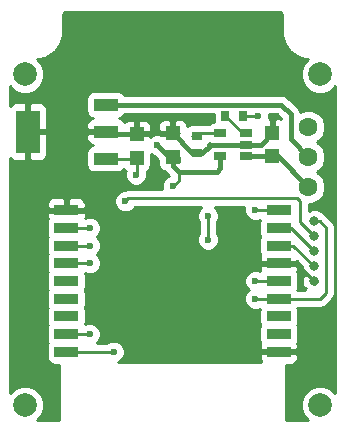
<source format=gbl>
G04 #@! TF.FileFunction,Copper,L2,Bot,Signal*
%FSLAX46Y46*%
G04 Gerber Fmt 4.6, Leading zero omitted, Abs format (unit mm)*
G04 Created by KiCad (PCBNEW 4.0.1-stable) date 2016年01月16日土曜日 22:54:58*
%MOMM*%
G01*
G04 APERTURE LIST*
%ADD10C,0.100000*%
%ADD11R,2.000000X0.900000*%
%ADD12R,1.150000X1.150000*%
%ADD13R,0.900000X0.650000*%
%ADD14R,0.650000X0.900000*%
%ADD15C,1.600000*%
%ADD16R,1.060000X0.650000*%
%ADD17R,2.032000X3.657600*%
%ADD18R,2.032000X1.016000*%
%ADD19C,0.800000*%
%ADD20C,2.000000*%
%ADD21C,0.600000*%
%ADD22C,0.250000*%
%ADD23C,0.400000*%
%ADD24C,0.500000*%
%ADD25C,0.600000*%
%ADD26C,0.254000*%
G04 APERTURE END LIST*
D10*
D11*
X129500000Y-98500000D03*
X129500000Y-97000000D03*
X129500000Y-95500000D03*
X129500000Y-94000000D03*
X129500000Y-92500000D03*
X129500000Y-91000000D03*
X129500000Y-89500000D03*
X129500000Y-88000000D03*
X129500000Y-86500000D03*
X147500000Y-86500000D03*
X147500000Y-88000000D03*
X147500000Y-89500000D03*
X147500000Y-91000000D03*
X147500000Y-92500000D03*
X147500000Y-94000000D03*
X147500000Y-95500000D03*
X147500000Y-97000000D03*
X147500000Y-98500000D03*
D12*
X138500000Y-82000000D03*
X138500000Y-80000000D03*
X146950000Y-81950000D03*
X146950000Y-79950000D03*
X135450000Y-82050000D03*
X135450000Y-80050000D03*
D13*
X140550000Y-81675000D03*
X140550000Y-80225000D03*
D14*
X144425000Y-78500000D03*
X142975000Y-78500000D03*
D15*
X150000000Y-82000000D03*
X150000000Y-79460000D03*
X150000000Y-84540000D03*
D16*
X144750000Y-80000000D03*
X144750000Y-80950000D03*
X144750000Y-81900000D03*
X142550000Y-81900000D03*
X142550000Y-80000000D03*
D17*
X126248000Y-79850000D03*
D18*
X132852000Y-79850000D03*
X132852000Y-82136000D03*
X132852000Y-77564000D03*
D19*
X150500000Y-87460000D03*
X150500000Y-88730000D03*
X150500000Y-90000000D03*
X150500000Y-91270000D03*
X150500000Y-92540000D03*
D20*
X126000000Y-103000000D03*
X151000000Y-103000000D03*
X151000000Y-75000000D03*
X126000000Y-75000000D03*
D21*
X138500000Y-84500000D03*
X137200000Y-81000000D03*
X147000000Y-78500000D03*
X138500000Y-78500000D03*
X135500000Y-78500000D03*
X150000000Y-100500000D03*
X145500000Y-98500000D03*
X131500000Y-86500000D03*
X129600000Y-79850000D03*
X143800000Y-72900000D03*
X133300000Y-72900000D03*
X133500000Y-98500000D03*
X135400000Y-83500000D03*
X145500000Y-94000000D03*
X134500000Y-85750000D03*
X131500000Y-88000000D03*
X145500000Y-86500000D03*
X131500000Y-97000000D03*
X131500000Y-89500000D03*
X131500000Y-91000000D03*
X145500000Y-92500000D03*
X145750000Y-78500000D03*
X141500000Y-87000000D03*
X141500000Y-89000000D03*
D22*
X139000000Y-84000000D02*
X139000000Y-83250000D01*
X138500000Y-84500000D02*
X139000000Y-84000000D01*
D23*
X137200000Y-81000000D02*
X138200000Y-82000000D01*
D22*
X138200000Y-82000000D02*
X138500000Y-82000000D01*
D23*
X142550000Y-81900000D02*
X142550000Y-82950000D01*
X142550000Y-82950000D02*
X142250000Y-83250000D01*
X142250000Y-83250000D02*
X139000000Y-83250000D01*
X139000000Y-83250000D02*
X138500000Y-82750000D01*
X138500000Y-82750000D02*
X138500000Y-82000000D01*
D22*
X138500000Y-82000000D02*
X138500000Y-82200000D01*
X139000000Y-82000000D02*
X138100000Y-82000000D01*
X139000000Y-82000000D02*
X139000000Y-82400000D01*
D23*
X146950000Y-79950000D02*
X146950000Y-78550000D01*
X146950000Y-78550000D02*
X147000000Y-78500000D01*
X138500000Y-80000000D02*
X138500000Y-78500000D01*
X135450000Y-80050000D02*
X135450000Y-78550000D01*
X135450000Y-78550000D02*
X135500000Y-78500000D01*
D22*
X147500000Y-98500000D02*
X145500000Y-98500000D01*
X129500000Y-86500000D02*
X131500000Y-86500000D01*
D23*
X126248000Y-79850000D02*
X129600000Y-79850000D01*
X135450000Y-80050000D02*
X133052000Y-80050000D01*
X133052000Y-80050000D02*
X132852000Y-79850000D01*
D24*
X140550000Y-81675000D02*
X140175000Y-81675000D01*
D23*
X140175000Y-81675000D02*
X138500000Y-80000000D01*
X144750000Y-80950000D02*
X141750000Y-80950000D01*
X141750000Y-80950000D02*
X141025000Y-81675000D01*
X141025000Y-81675000D02*
X140550000Y-81675000D01*
X144750000Y-80950000D02*
X145950000Y-80950000D01*
X145950000Y-80950000D02*
X146950000Y-79950000D01*
D22*
X147500000Y-91000000D02*
X148960000Y-91000000D01*
X148960000Y-91000000D02*
X150500000Y-92540000D01*
X138500000Y-80000000D02*
X138875000Y-80000000D01*
X139000000Y-80000000D02*
X138825000Y-79950000D01*
X135750000Y-79850000D02*
X135950000Y-80050000D01*
X133052000Y-80050000D02*
X132852000Y-79850000D01*
D23*
X146950000Y-81950000D02*
X147410000Y-81950000D01*
X147410000Y-81950000D02*
X150000000Y-84540000D01*
X146950000Y-81950000D02*
X144800000Y-81950000D01*
D25*
X144800000Y-81950000D02*
X144750000Y-81900000D01*
D22*
X146900000Y-81900000D02*
X146950000Y-81950000D01*
X129500000Y-98500000D02*
X133500000Y-98500000D01*
X135450000Y-82050000D02*
X135450000Y-83450000D01*
X135450000Y-83450000D02*
X135400000Y-83500000D01*
X132852000Y-82136000D02*
X135864000Y-82136000D01*
X135864000Y-82136000D02*
X135950000Y-82050000D01*
X150500000Y-87460000D02*
X150960000Y-87460000D01*
X150960000Y-87460000D02*
X151500000Y-88000000D01*
X151500000Y-88000000D02*
X151500000Y-93500000D01*
X151500000Y-93500000D02*
X151000000Y-94000000D01*
X151000000Y-94000000D02*
X147500000Y-94000000D01*
X145500000Y-94000000D02*
X147500000Y-94000000D01*
X147500000Y-94000000D02*
X148275000Y-94000000D01*
X149250000Y-87480000D02*
X150500000Y-88730000D01*
X149250000Y-85750000D02*
X149250000Y-87480000D01*
X149000000Y-85500000D02*
X149250000Y-85750000D01*
X134750000Y-85500000D02*
X149000000Y-85500000D01*
X134500000Y-85750000D02*
X134750000Y-85500000D01*
X131500000Y-88000000D02*
X129500000Y-88000000D01*
X147500000Y-88000000D02*
X148500000Y-88000000D01*
X148500000Y-88000000D02*
X150500000Y-90000000D01*
X147500000Y-89500000D02*
X148730000Y-89500000D01*
X148730000Y-89500000D02*
X150500000Y-91270000D01*
X144750000Y-80000000D02*
X144475000Y-80000000D01*
X144475000Y-80000000D02*
X142975000Y-78500000D01*
X147500000Y-86500000D02*
X145500000Y-86500000D01*
X142550000Y-80000000D02*
X140775000Y-80000000D01*
X140775000Y-80000000D02*
X140550000Y-80225000D01*
X140375000Y-80000000D02*
X140150000Y-80225000D01*
X129500000Y-97000000D02*
X131500000Y-97000000D01*
X129500000Y-89500000D02*
X131500000Y-89500000D01*
X131500000Y-91000000D02*
X129500000Y-91000000D01*
X147500000Y-92500000D02*
X145500000Y-92500000D01*
X147500000Y-92500000D02*
X148275000Y-92500000D01*
X145750000Y-78500000D02*
X144425000Y-78500000D01*
X141500000Y-89000000D02*
X141500000Y-87000000D01*
D23*
X132852000Y-77564000D02*
X147664000Y-77564000D01*
X148500000Y-80500000D02*
X150000000Y-82000000D01*
X148500000Y-78400000D02*
X148500000Y-80500000D01*
X147664000Y-77564000D02*
X148500000Y-78400000D01*
D26*
G36*
X147605655Y-69744926D02*
X147695225Y-69804774D01*
X147755074Y-69894345D01*
X147790000Y-70069930D01*
X147790000Y-71500000D01*
X147803643Y-71568587D01*
X147803643Y-71638515D01*
X147917824Y-72212540D01*
X147955560Y-72303642D01*
X148023838Y-72468480D01*
X148348997Y-72955115D01*
X148373000Y-72979118D01*
X148373000Y-73000000D01*
X148383006Y-73049410D01*
X148411447Y-73091035D01*
X148453841Y-73118315D01*
X148500000Y-73127000D01*
X148520882Y-73127000D01*
X148544885Y-73151003D01*
X149031520Y-73476163D01*
X149212498Y-73551125D01*
X149287460Y-73582176D01*
X149861486Y-73696357D01*
X149931413Y-73696357D01*
X149981650Y-73706350D01*
X149614722Y-74072637D01*
X149365284Y-74673352D01*
X149364716Y-75323795D01*
X149613106Y-75924943D01*
X150072637Y-76385278D01*
X150673352Y-76634716D01*
X151323795Y-76635284D01*
X151924943Y-76386894D01*
X152290000Y-76022475D01*
X152290000Y-101977993D01*
X151927363Y-101614722D01*
X151326648Y-101365284D01*
X150676205Y-101364716D01*
X150075057Y-101613106D01*
X149614722Y-102072637D01*
X149365284Y-102673352D01*
X149364716Y-103323795D01*
X149613106Y-103924943D01*
X149977525Y-104290000D01*
X148127000Y-104290000D01*
X148127000Y-99585000D01*
X148626309Y-99585000D01*
X148859698Y-99488327D01*
X149038327Y-99309699D01*
X149135000Y-99076310D01*
X149135000Y-98785750D01*
X148976250Y-98627000D01*
X147627000Y-98627000D01*
X147627000Y-98647000D01*
X147373000Y-98647000D01*
X147373000Y-98627000D01*
X146023750Y-98627000D01*
X145865000Y-98785750D01*
X145865000Y-99076310D01*
X145961673Y-99309699D01*
X146024974Y-99373000D01*
X133835611Y-99373000D01*
X134028943Y-99293117D01*
X134292192Y-99030327D01*
X134434838Y-98686799D01*
X134435162Y-98314833D01*
X134293117Y-97971057D01*
X134030327Y-97707808D01*
X133686799Y-97565162D01*
X133314833Y-97564838D01*
X132971057Y-97706883D01*
X132937882Y-97740000D01*
X132082153Y-97740000D01*
X132292192Y-97530327D01*
X132434838Y-97186799D01*
X132435162Y-96814833D01*
X132293117Y-96471057D01*
X132030327Y-96207808D01*
X131686799Y-96065162D01*
X131314833Y-96064838D01*
X131106776Y-96150805D01*
X131147440Y-95950000D01*
X131147440Y-95050000D01*
X131103162Y-94814683D01*
X131062519Y-94751522D01*
X131096431Y-94701890D01*
X131147440Y-94450000D01*
X131147440Y-93550000D01*
X131103162Y-93314683D01*
X131062519Y-93251522D01*
X131096431Y-93201890D01*
X131147440Y-92950000D01*
X131147440Y-92050000D01*
X131109885Y-91850413D01*
X131313201Y-91934838D01*
X131685167Y-91935162D01*
X132028943Y-91793117D01*
X132292192Y-91530327D01*
X132434838Y-91186799D01*
X132435162Y-90814833D01*
X132293117Y-90471057D01*
X132072291Y-90249845D01*
X132292192Y-90030327D01*
X132434838Y-89686799D01*
X132435162Y-89314833D01*
X132293117Y-88971057D01*
X132072291Y-88749845D01*
X132292192Y-88530327D01*
X132434838Y-88186799D01*
X132435162Y-87814833D01*
X132293117Y-87471057D01*
X132030327Y-87207808D01*
X131686799Y-87065162D01*
X131314833Y-87064838D01*
X131103599Y-87152118D01*
X131135000Y-87076310D01*
X131135000Y-86785750D01*
X130976250Y-86627000D01*
X129627000Y-86627000D01*
X129627000Y-86647000D01*
X129373000Y-86647000D01*
X129373000Y-86627000D01*
X128023750Y-86627000D01*
X127865000Y-86785750D01*
X127865000Y-87076310D01*
X127936755Y-87249541D01*
X127903569Y-87298110D01*
X127852560Y-87550000D01*
X127852560Y-88450000D01*
X127896838Y-88685317D01*
X127937481Y-88748478D01*
X127903569Y-88798110D01*
X127852560Y-89050000D01*
X127852560Y-89950000D01*
X127896838Y-90185317D01*
X127937481Y-90248478D01*
X127903569Y-90298110D01*
X127852560Y-90550000D01*
X127852560Y-91450000D01*
X127896838Y-91685317D01*
X127937481Y-91748478D01*
X127903569Y-91798110D01*
X127852560Y-92050000D01*
X127852560Y-92950000D01*
X127896838Y-93185317D01*
X127937481Y-93248478D01*
X127903569Y-93298110D01*
X127852560Y-93550000D01*
X127852560Y-94450000D01*
X127896838Y-94685317D01*
X127937481Y-94748478D01*
X127903569Y-94798110D01*
X127852560Y-95050000D01*
X127852560Y-95950000D01*
X127896838Y-96185317D01*
X127937481Y-96248478D01*
X127903569Y-96298110D01*
X127852560Y-96550000D01*
X127852560Y-97450000D01*
X127896838Y-97685317D01*
X127937481Y-97748478D01*
X127903569Y-97798110D01*
X127852560Y-98050000D01*
X127852560Y-98950000D01*
X127896838Y-99185317D01*
X128035910Y-99401441D01*
X128248110Y-99546431D01*
X128500000Y-99597440D01*
X128873000Y-99597440D01*
X128873000Y-104290000D01*
X127022007Y-104290000D01*
X127385278Y-103927363D01*
X127634716Y-103326648D01*
X127635284Y-102676205D01*
X127386894Y-102075057D01*
X126927363Y-101614722D01*
X126326648Y-101365284D01*
X125676205Y-101364716D01*
X125075057Y-101613106D01*
X124710000Y-101977525D01*
X124710000Y-85923690D01*
X127865000Y-85923690D01*
X127865000Y-86214250D01*
X128023750Y-86373000D01*
X129373000Y-86373000D01*
X129373000Y-85573750D01*
X129627000Y-85573750D01*
X129627000Y-86373000D01*
X130976250Y-86373000D01*
X131135000Y-86214250D01*
X131135000Y-85923690D01*
X131038327Y-85690301D01*
X130859698Y-85511673D01*
X130626309Y-85415000D01*
X129785750Y-85415000D01*
X129627000Y-85573750D01*
X129373000Y-85573750D01*
X129214250Y-85415000D01*
X128373691Y-85415000D01*
X128140302Y-85511673D01*
X127961673Y-85690301D01*
X127865000Y-85923690D01*
X124710000Y-85923690D01*
X124710000Y-82054825D01*
X124872301Y-82217127D01*
X125105690Y-82313800D01*
X125962250Y-82313800D01*
X126121000Y-82155050D01*
X126121000Y-79977000D01*
X126375000Y-79977000D01*
X126375000Y-82155050D01*
X126533750Y-82313800D01*
X127390310Y-82313800D01*
X127623699Y-82217127D01*
X127802327Y-82038498D01*
X127899000Y-81805109D01*
X127899000Y-80135750D01*
X127740250Y-79977000D01*
X126375000Y-79977000D01*
X126121000Y-79977000D01*
X126101000Y-79977000D01*
X126101000Y-79723000D01*
X126121000Y-79723000D01*
X126121000Y-77544950D01*
X126375000Y-77544950D01*
X126375000Y-79723000D01*
X127740250Y-79723000D01*
X127899000Y-79564250D01*
X127899000Y-77894891D01*
X127802327Y-77661502D01*
X127623699Y-77482873D01*
X127390310Y-77386200D01*
X126533750Y-77386200D01*
X126375000Y-77544950D01*
X126121000Y-77544950D01*
X125962250Y-77386200D01*
X125105690Y-77386200D01*
X124872301Y-77482873D01*
X124710000Y-77645175D01*
X124710000Y-77056000D01*
X131188560Y-77056000D01*
X131188560Y-78072000D01*
X131232838Y-78307317D01*
X131371910Y-78523441D01*
X131584110Y-78668431D01*
X131774569Y-78707000D01*
X131709690Y-78707000D01*
X131476301Y-78803673D01*
X131297673Y-78982302D01*
X131201000Y-79215691D01*
X131201000Y-79564250D01*
X131359750Y-79723000D01*
X132725000Y-79723000D01*
X132725000Y-79703000D01*
X132979000Y-79703000D01*
X132979000Y-79723000D01*
X132999000Y-79723000D01*
X132999000Y-79977000D01*
X132979000Y-79977000D01*
X132979000Y-79997000D01*
X132725000Y-79997000D01*
X132725000Y-79977000D01*
X131359750Y-79977000D01*
X131201000Y-80135750D01*
X131201000Y-80484309D01*
X131297673Y-80717698D01*
X131476301Y-80896327D01*
X131709690Y-80993000D01*
X131769887Y-80993000D01*
X131600683Y-81024838D01*
X131384559Y-81163910D01*
X131239569Y-81376110D01*
X131188560Y-81628000D01*
X131188560Y-82644000D01*
X131232838Y-82879317D01*
X131371910Y-83095441D01*
X131584110Y-83240431D01*
X131836000Y-83291440D01*
X133868000Y-83291440D01*
X134103317Y-83247162D01*
X134319441Y-83108090D01*
X134377035Y-83023798D01*
X134410910Y-83076441D01*
X134529755Y-83157644D01*
X134465162Y-83313201D01*
X134464838Y-83685167D01*
X134606883Y-84028943D01*
X134869673Y-84292192D01*
X135213201Y-84434838D01*
X135585167Y-84435162D01*
X135928943Y-84293117D01*
X136192192Y-84030327D01*
X136334838Y-83686799D01*
X136335162Y-83314833D01*
X136291152Y-83208320D01*
X136476441Y-83089090D01*
X136621431Y-82876890D01*
X136672440Y-82625000D01*
X136672440Y-82238826D01*
X136710000Y-82050000D01*
X136672440Y-81861175D01*
X136672440Y-81793341D01*
X136911910Y-81892778D01*
X137277560Y-82258428D01*
X137277560Y-82575000D01*
X137321838Y-82810317D01*
X137460910Y-83026441D01*
X137673110Y-83171431D01*
X137815972Y-83200361D01*
X137892460Y-83314833D01*
X137909566Y-83340434D01*
X138186851Y-83617719D01*
X137971057Y-83706883D01*
X137707808Y-83969673D01*
X137565162Y-84313201D01*
X137564838Y-84685167D01*
X137587494Y-84740000D01*
X134750000Y-84740000D01*
X134459160Y-84797852D01*
X134433584Y-84814941D01*
X134314833Y-84814838D01*
X133971057Y-84956883D01*
X133707808Y-85219673D01*
X133565162Y-85563201D01*
X133564838Y-85935167D01*
X133706883Y-86278943D01*
X133969673Y-86542192D01*
X134313201Y-86684838D01*
X134685167Y-86685162D01*
X135028943Y-86543117D01*
X135292192Y-86280327D01*
X135300633Y-86260000D01*
X140917847Y-86260000D01*
X140707808Y-86469673D01*
X140565162Y-86813201D01*
X140564838Y-87185167D01*
X140706883Y-87528943D01*
X140740000Y-87562118D01*
X140740000Y-88437537D01*
X140707808Y-88469673D01*
X140565162Y-88813201D01*
X140564838Y-89185167D01*
X140706883Y-89528943D01*
X140969673Y-89792192D01*
X141313201Y-89934838D01*
X141685167Y-89935162D01*
X142028943Y-89793117D01*
X142292192Y-89530327D01*
X142434838Y-89186799D01*
X142435162Y-88814833D01*
X142293117Y-88471057D01*
X142260000Y-88437882D01*
X142260000Y-87562463D01*
X142292192Y-87530327D01*
X142434838Y-87186799D01*
X142435162Y-86814833D01*
X142293117Y-86471057D01*
X142082428Y-86260000D01*
X144587253Y-86260000D01*
X144565162Y-86313201D01*
X144564838Y-86685167D01*
X144706883Y-87028943D01*
X144969673Y-87292192D01*
X145313201Y-87434838D01*
X145685167Y-87435162D01*
X145893224Y-87349195D01*
X145852560Y-87550000D01*
X145852560Y-88450000D01*
X145896838Y-88685317D01*
X145937481Y-88748478D01*
X145903569Y-88798110D01*
X145852560Y-89050000D01*
X145852560Y-89950000D01*
X145896838Y-90185317D01*
X145937538Y-90248567D01*
X145865000Y-90423690D01*
X145865000Y-90714250D01*
X146023750Y-90873000D01*
X147373000Y-90873000D01*
X147373000Y-90853000D01*
X147627000Y-90853000D01*
X147627000Y-90873000D01*
X148976250Y-90873000D01*
X149002224Y-90847026D01*
X149464965Y-91309767D01*
X149464821Y-91474971D01*
X149622058Y-91855515D01*
X149770059Y-92003775D01*
X149577820Y-92026977D01*
X149451691Y-92418931D01*
X149485158Y-92829318D01*
X149577820Y-93053023D01*
X149782647Y-93077745D01*
X149665762Y-93194630D01*
X149711132Y-93240000D01*
X149070392Y-93240000D01*
X149096431Y-93201890D01*
X149147440Y-92950000D01*
X149147440Y-92050000D01*
X149103162Y-91814683D01*
X149062462Y-91751433D01*
X149135000Y-91576310D01*
X149135000Y-91285750D01*
X148976250Y-91127000D01*
X147627000Y-91127000D01*
X147627000Y-91147000D01*
X147373000Y-91147000D01*
X147373000Y-91127000D01*
X146023750Y-91127000D01*
X145865000Y-91285750D01*
X145865000Y-91576310D01*
X145896440Y-91652213D01*
X145686799Y-91565162D01*
X145314833Y-91564838D01*
X144971057Y-91706883D01*
X144707808Y-91969673D01*
X144565162Y-92313201D01*
X144564838Y-92685167D01*
X144706883Y-93028943D01*
X144927709Y-93250155D01*
X144707808Y-93469673D01*
X144565162Y-93813201D01*
X144564838Y-94185167D01*
X144706883Y-94528943D01*
X144969673Y-94792192D01*
X145313201Y-94934838D01*
X145685167Y-94935162D01*
X145893224Y-94849195D01*
X145852560Y-95050000D01*
X145852560Y-95950000D01*
X145896838Y-96185317D01*
X145937481Y-96248478D01*
X145903569Y-96298110D01*
X145852560Y-96550000D01*
X145852560Y-97450000D01*
X145896838Y-97685317D01*
X145937538Y-97748567D01*
X145865000Y-97923690D01*
X145865000Y-98214250D01*
X146023750Y-98373000D01*
X147373000Y-98373000D01*
X147373000Y-98353000D01*
X147627000Y-98353000D01*
X147627000Y-98373000D01*
X148976250Y-98373000D01*
X149135000Y-98214250D01*
X149135000Y-97923690D01*
X149063245Y-97750459D01*
X149096431Y-97701890D01*
X149147440Y-97450000D01*
X149147440Y-96550000D01*
X149103162Y-96314683D01*
X149062519Y-96251522D01*
X149096431Y-96201890D01*
X149147440Y-95950000D01*
X149147440Y-95050000D01*
X149103162Y-94814683D01*
X149067974Y-94760000D01*
X151000000Y-94760000D01*
X151290839Y-94702148D01*
X151537401Y-94537401D01*
X152037401Y-94037401D01*
X152202148Y-93790839D01*
X152260000Y-93500000D01*
X152260000Y-88000000D01*
X152214417Y-87770839D01*
X152202148Y-87709160D01*
X152037401Y-87462599D01*
X151497401Y-86922599D01*
X151282892Y-86779269D01*
X151087046Y-86583081D01*
X150706777Y-86425180D01*
X150295029Y-86424821D01*
X150010000Y-86542592D01*
X150010000Y-85975009D01*
X150284187Y-85975248D01*
X150811800Y-85757243D01*
X151215824Y-85353923D01*
X151434750Y-84826691D01*
X151435248Y-84255813D01*
X151217243Y-83728200D01*
X150813923Y-83324176D01*
X150683785Y-83270138D01*
X150811800Y-83217243D01*
X151215824Y-82813923D01*
X151434750Y-82286691D01*
X151435248Y-81715813D01*
X151217243Y-81188200D01*
X150813923Y-80784176D01*
X150683785Y-80730138D01*
X150811800Y-80677243D01*
X151215824Y-80273923D01*
X151434750Y-79746691D01*
X151435248Y-79175813D01*
X151217243Y-78648200D01*
X150813923Y-78244176D01*
X150286691Y-78025250D01*
X149715813Y-78024752D01*
X149294949Y-78198649D01*
X149271440Y-78080460D01*
X149090434Y-77809566D01*
X148254434Y-76973566D01*
X147983541Y-76792561D01*
X147664000Y-76729000D01*
X134412166Y-76729000D01*
X134332090Y-76604559D01*
X134119890Y-76459569D01*
X133868000Y-76408560D01*
X131836000Y-76408560D01*
X131600683Y-76452838D01*
X131384559Y-76591910D01*
X131239569Y-76804110D01*
X131188560Y-77056000D01*
X124710000Y-77056000D01*
X124710000Y-76022007D01*
X125072637Y-76385278D01*
X125673352Y-76634716D01*
X126323795Y-76635284D01*
X126924943Y-76386894D01*
X127385278Y-75927363D01*
X127634716Y-75326648D01*
X127635284Y-74676205D01*
X127386894Y-74075057D01*
X127018751Y-73706270D01*
X127068587Y-73696357D01*
X127138515Y-73696357D01*
X127712540Y-73582176D01*
X127968480Y-73476162D01*
X128455115Y-73151003D01*
X128479118Y-73127000D01*
X128500000Y-73127000D01*
X128549410Y-73116994D01*
X128591035Y-73088553D01*
X128618315Y-73046159D01*
X128627000Y-73000000D01*
X128627000Y-72979118D01*
X128651003Y-72955115D01*
X128976163Y-72468480D01*
X129082176Y-72212539D01*
X129196357Y-71638514D01*
X129196357Y-71568587D01*
X129210000Y-71500000D01*
X129210000Y-70069930D01*
X129244926Y-69894345D01*
X129304774Y-69804775D01*
X129394345Y-69744926D01*
X129569930Y-69710000D01*
X147430070Y-69710000D01*
X147605655Y-69744926D01*
X147605655Y-69744926D01*
G37*
X147605655Y-69744926D02*
X147695225Y-69804774D01*
X147755074Y-69894345D01*
X147790000Y-70069930D01*
X147790000Y-71500000D01*
X147803643Y-71568587D01*
X147803643Y-71638515D01*
X147917824Y-72212540D01*
X147955560Y-72303642D01*
X148023838Y-72468480D01*
X148348997Y-72955115D01*
X148373000Y-72979118D01*
X148373000Y-73000000D01*
X148383006Y-73049410D01*
X148411447Y-73091035D01*
X148453841Y-73118315D01*
X148500000Y-73127000D01*
X148520882Y-73127000D01*
X148544885Y-73151003D01*
X149031520Y-73476163D01*
X149212498Y-73551125D01*
X149287460Y-73582176D01*
X149861486Y-73696357D01*
X149931413Y-73696357D01*
X149981650Y-73706350D01*
X149614722Y-74072637D01*
X149365284Y-74673352D01*
X149364716Y-75323795D01*
X149613106Y-75924943D01*
X150072637Y-76385278D01*
X150673352Y-76634716D01*
X151323795Y-76635284D01*
X151924943Y-76386894D01*
X152290000Y-76022475D01*
X152290000Y-101977993D01*
X151927363Y-101614722D01*
X151326648Y-101365284D01*
X150676205Y-101364716D01*
X150075057Y-101613106D01*
X149614722Y-102072637D01*
X149365284Y-102673352D01*
X149364716Y-103323795D01*
X149613106Y-103924943D01*
X149977525Y-104290000D01*
X148127000Y-104290000D01*
X148127000Y-99585000D01*
X148626309Y-99585000D01*
X148859698Y-99488327D01*
X149038327Y-99309699D01*
X149135000Y-99076310D01*
X149135000Y-98785750D01*
X148976250Y-98627000D01*
X147627000Y-98627000D01*
X147627000Y-98647000D01*
X147373000Y-98647000D01*
X147373000Y-98627000D01*
X146023750Y-98627000D01*
X145865000Y-98785750D01*
X145865000Y-99076310D01*
X145961673Y-99309699D01*
X146024974Y-99373000D01*
X133835611Y-99373000D01*
X134028943Y-99293117D01*
X134292192Y-99030327D01*
X134434838Y-98686799D01*
X134435162Y-98314833D01*
X134293117Y-97971057D01*
X134030327Y-97707808D01*
X133686799Y-97565162D01*
X133314833Y-97564838D01*
X132971057Y-97706883D01*
X132937882Y-97740000D01*
X132082153Y-97740000D01*
X132292192Y-97530327D01*
X132434838Y-97186799D01*
X132435162Y-96814833D01*
X132293117Y-96471057D01*
X132030327Y-96207808D01*
X131686799Y-96065162D01*
X131314833Y-96064838D01*
X131106776Y-96150805D01*
X131147440Y-95950000D01*
X131147440Y-95050000D01*
X131103162Y-94814683D01*
X131062519Y-94751522D01*
X131096431Y-94701890D01*
X131147440Y-94450000D01*
X131147440Y-93550000D01*
X131103162Y-93314683D01*
X131062519Y-93251522D01*
X131096431Y-93201890D01*
X131147440Y-92950000D01*
X131147440Y-92050000D01*
X131109885Y-91850413D01*
X131313201Y-91934838D01*
X131685167Y-91935162D01*
X132028943Y-91793117D01*
X132292192Y-91530327D01*
X132434838Y-91186799D01*
X132435162Y-90814833D01*
X132293117Y-90471057D01*
X132072291Y-90249845D01*
X132292192Y-90030327D01*
X132434838Y-89686799D01*
X132435162Y-89314833D01*
X132293117Y-88971057D01*
X132072291Y-88749845D01*
X132292192Y-88530327D01*
X132434838Y-88186799D01*
X132435162Y-87814833D01*
X132293117Y-87471057D01*
X132030327Y-87207808D01*
X131686799Y-87065162D01*
X131314833Y-87064838D01*
X131103599Y-87152118D01*
X131135000Y-87076310D01*
X131135000Y-86785750D01*
X130976250Y-86627000D01*
X129627000Y-86627000D01*
X129627000Y-86647000D01*
X129373000Y-86647000D01*
X129373000Y-86627000D01*
X128023750Y-86627000D01*
X127865000Y-86785750D01*
X127865000Y-87076310D01*
X127936755Y-87249541D01*
X127903569Y-87298110D01*
X127852560Y-87550000D01*
X127852560Y-88450000D01*
X127896838Y-88685317D01*
X127937481Y-88748478D01*
X127903569Y-88798110D01*
X127852560Y-89050000D01*
X127852560Y-89950000D01*
X127896838Y-90185317D01*
X127937481Y-90248478D01*
X127903569Y-90298110D01*
X127852560Y-90550000D01*
X127852560Y-91450000D01*
X127896838Y-91685317D01*
X127937481Y-91748478D01*
X127903569Y-91798110D01*
X127852560Y-92050000D01*
X127852560Y-92950000D01*
X127896838Y-93185317D01*
X127937481Y-93248478D01*
X127903569Y-93298110D01*
X127852560Y-93550000D01*
X127852560Y-94450000D01*
X127896838Y-94685317D01*
X127937481Y-94748478D01*
X127903569Y-94798110D01*
X127852560Y-95050000D01*
X127852560Y-95950000D01*
X127896838Y-96185317D01*
X127937481Y-96248478D01*
X127903569Y-96298110D01*
X127852560Y-96550000D01*
X127852560Y-97450000D01*
X127896838Y-97685317D01*
X127937481Y-97748478D01*
X127903569Y-97798110D01*
X127852560Y-98050000D01*
X127852560Y-98950000D01*
X127896838Y-99185317D01*
X128035910Y-99401441D01*
X128248110Y-99546431D01*
X128500000Y-99597440D01*
X128873000Y-99597440D01*
X128873000Y-104290000D01*
X127022007Y-104290000D01*
X127385278Y-103927363D01*
X127634716Y-103326648D01*
X127635284Y-102676205D01*
X127386894Y-102075057D01*
X126927363Y-101614722D01*
X126326648Y-101365284D01*
X125676205Y-101364716D01*
X125075057Y-101613106D01*
X124710000Y-101977525D01*
X124710000Y-85923690D01*
X127865000Y-85923690D01*
X127865000Y-86214250D01*
X128023750Y-86373000D01*
X129373000Y-86373000D01*
X129373000Y-85573750D01*
X129627000Y-85573750D01*
X129627000Y-86373000D01*
X130976250Y-86373000D01*
X131135000Y-86214250D01*
X131135000Y-85923690D01*
X131038327Y-85690301D01*
X130859698Y-85511673D01*
X130626309Y-85415000D01*
X129785750Y-85415000D01*
X129627000Y-85573750D01*
X129373000Y-85573750D01*
X129214250Y-85415000D01*
X128373691Y-85415000D01*
X128140302Y-85511673D01*
X127961673Y-85690301D01*
X127865000Y-85923690D01*
X124710000Y-85923690D01*
X124710000Y-82054825D01*
X124872301Y-82217127D01*
X125105690Y-82313800D01*
X125962250Y-82313800D01*
X126121000Y-82155050D01*
X126121000Y-79977000D01*
X126375000Y-79977000D01*
X126375000Y-82155050D01*
X126533750Y-82313800D01*
X127390310Y-82313800D01*
X127623699Y-82217127D01*
X127802327Y-82038498D01*
X127899000Y-81805109D01*
X127899000Y-80135750D01*
X127740250Y-79977000D01*
X126375000Y-79977000D01*
X126121000Y-79977000D01*
X126101000Y-79977000D01*
X126101000Y-79723000D01*
X126121000Y-79723000D01*
X126121000Y-77544950D01*
X126375000Y-77544950D01*
X126375000Y-79723000D01*
X127740250Y-79723000D01*
X127899000Y-79564250D01*
X127899000Y-77894891D01*
X127802327Y-77661502D01*
X127623699Y-77482873D01*
X127390310Y-77386200D01*
X126533750Y-77386200D01*
X126375000Y-77544950D01*
X126121000Y-77544950D01*
X125962250Y-77386200D01*
X125105690Y-77386200D01*
X124872301Y-77482873D01*
X124710000Y-77645175D01*
X124710000Y-77056000D01*
X131188560Y-77056000D01*
X131188560Y-78072000D01*
X131232838Y-78307317D01*
X131371910Y-78523441D01*
X131584110Y-78668431D01*
X131774569Y-78707000D01*
X131709690Y-78707000D01*
X131476301Y-78803673D01*
X131297673Y-78982302D01*
X131201000Y-79215691D01*
X131201000Y-79564250D01*
X131359750Y-79723000D01*
X132725000Y-79723000D01*
X132725000Y-79703000D01*
X132979000Y-79703000D01*
X132979000Y-79723000D01*
X132999000Y-79723000D01*
X132999000Y-79977000D01*
X132979000Y-79977000D01*
X132979000Y-79997000D01*
X132725000Y-79997000D01*
X132725000Y-79977000D01*
X131359750Y-79977000D01*
X131201000Y-80135750D01*
X131201000Y-80484309D01*
X131297673Y-80717698D01*
X131476301Y-80896327D01*
X131709690Y-80993000D01*
X131769887Y-80993000D01*
X131600683Y-81024838D01*
X131384559Y-81163910D01*
X131239569Y-81376110D01*
X131188560Y-81628000D01*
X131188560Y-82644000D01*
X131232838Y-82879317D01*
X131371910Y-83095441D01*
X131584110Y-83240431D01*
X131836000Y-83291440D01*
X133868000Y-83291440D01*
X134103317Y-83247162D01*
X134319441Y-83108090D01*
X134377035Y-83023798D01*
X134410910Y-83076441D01*
X134529755Y-83157644D01*
X134465162Y-83313201D01*
X134464838Y-83685167D01*
X134606883Y-84028943D01*
X134869673Y-84292192D01*
X135213201Y-84434838D01*
X135585167Y-84435162D01*
X135928943Y-84293117D01*
X136192192Y-84030327D01*
X136334838Y-83686799D01*
X136335162Y-83314833D01*
X136291152Y-83208320D01*
X136476441Y-83089090D01*
X136621431Y-82876890D01*
X136672440Y-82625000D01*
X136672440Y-82238826D01*
X136710000Y-82050000D01*
X136672440Y-81861175D01*
X136672440Y-81793341D01*
X136911910Y-81892778D01*
X137277560Y-82258428D01*
X137277560Y-82575000D01*
X137321838Y-82810317D01*
X137460910Y-83026441D01*
X137673110Y-83171431D01*
X137815972Y-83200361D01*
X137892460Y-83314833D01*
X137909566Y-83340434D01*
X138186851Y-83617719D01*
X137971057Y-83706883D01*
X137707808Y-83969673D01*
X137565162Y-84313201D01*
X137564838Y-84685167D01*
X137587494Y-84740000D01*
X134750000Y-84740000D01*
X134459160Y-84797852D01*
X134433584Y-84814941D01*
X134314833Y-84814838D01*
X133971057Y-84956883D01*
X133707808Y-85219673D01*
X133565162Y-85563201D01*
X133564838Y-85935167D01*
X133706883Y-86278943D01*
X133969673Y-86542192D01*
X134313201Y-86684838D01*
X134685167Y-86685162D01*
X135028943Y-86543117D01*
X135292192Y-86280327D01*
X135300633Y-86260000D01*
X140917847Y-86260000D01*
X140707808Y-86469673D01*
X140565162Y-86813201D01*
X140564838Y-87185167D01*
X140706883Y-87528943D01*
X140740000Y-87562118D01*
X140740000Y-88437537D01*
X140707808Y-88469673D01*
X140565162Y-88813201D01*
X140564838Y-89185167D01*
X140706883Y-89528943D01*
X140969673Y-89792192D01*
X141313201Y-89934838D01*
X141685167Y-89935162D01*
X142028943Y-89793117D01*
X142292192Y-89530327D01*
X142434838Y-89186799D01*
X142435162Y-88814833D01*
X142293117Y-88471057D01*
X142260000Y-88437882D01*
X142260000Y-87562463D01*
X142292192Y-87530327D01*
X142434838Y-87186799D01*
X142435162Y-86814833D01*
X142293117Y-86471057D01*
X142082428Y-86260000D01*
X144587253Y-86260000D01*
X144565162Y-86313201D01*
X144564838Y-86685167D01*
X144706883Y-87028943D01*
X144969673Y-87292192D01*
X145313201Y-87434838D01*
X145685167Y-87435162D01*
X145893224Y-87349195D01*
X145852560Y-87550000D01*
X145852560Y-88450000D01*
X145896838Y-88685317D01*
X145937481Y-88748478D01*
X145903569Y-88798110D01*
X145852560Y-89050000D01*
X145852560Y-89950000D01*
X145896838Y-90185317D01*
X145937538Y-90248567D01*
X145865000Y-90423690D01*
X145865000Y-90714250D01*
X146023750Y-90873000D01*
X147373000Y-90873000D01*
X147373000Y-90853000D01*
X147627000Y-90853000D01*
X147627000Y-90873000D01*
X148976250Y-90873000D01*
X149002224Y-90847026D01*
X149464965Y-91309767D01*
X149464821Y-91474971D01*
X149622058Y-91855515D01*
X149770059Y-92003775D01*
X149577820Y-92026977D01*
X149451691Y-92418931D01*
X149485158Y-92829318D01*
X149577820Y-93053023D01*
X149782647Y-93077745D01*
X149665762Y-93194630D01*
X149711132Y-93240000D01*
X149070392Y-93240000D01*
X149096431Y-93201890D01*
X149147440Y-92950000D01*
X149147440Y-92050000D01*
X149103162Y-91814683D01*
X149062462Y-91751433D01*
X149135000Y-91576310D01*
X149135000Y-91285750D01*
X148976250Y-91127000D01*
X147627000Y-91127000D01*
X147627000Y-91147000D01*
X147373000Y-91147000D01*
X147373000Y-91127000D01*
X146023750Y-91127000D01*
X145865000Y-91285750D01*
X145865000Y-91576310D01*
X145896440Y-91652213D01*
X145686799Y-91565162D01*
X145314833Y-91564838D01*
X144971057Y-91706883D01*
X144707808Y-91969673D01*
X144565162Y-92313201D01*
X144564838Y-92685167D01*
X144706883Y-93028943D01*
X144927709Y-93250155D01*
X144707808Y-93469673D01*
X144565162Y-93813201D01*
X144564838Y-94185167D01*
X144706883Y-94528943D01*
X144969673Y-94792192D01*
X145313201Y-94934838D01*
X145685167Y-94935162D01*
X145893224Y-94849195D01*
X145852560Y-95050000D01*
X145852560Y-95950000D01*
X145896838Y-96185317D01*
X145937481Y-96248478D01*
X145903569Y-96298110D01*
X145852560Y-96550000D01*
X145852560Y-97450000D01*
X145896838Y-97685317D01*
X145937538Y-97748567D01*
X145865000Y-97923690D01*
X145865000Y-98214250D01*
X146023750Y-98373000D01*
X147373000Y-98373000D01*
X147373000Y-98353000D01*
X147627000Y-98353000D01*
X147627000Y-98373000D01*
X148976250Y-98373000D01*
X149135000Y-98214250D01*
X149135000Y-97923690D01*
X149063245Y-97750459D01*
X149096431Y-97701890D01*
X149147440Y-97450000D01*
X149147440Y-96550000D01*
X149103162Y-96314683D01*
X149062519Y-96251522D01*
X149096431Y-96201890D01*
X149147440Y-95950000D01*
X149147440Y-95050000D01*
X149103162Y-94814683D01*
X149067974Y-94760000D01*
X151000000Y-94760000D01*
X151290839Y-94702148D01*
X151537401Y-94537401D01*
X152037401Y-94037401D01*
X152202148Y-93790839D01*
X152260000Y-93500000D01*
X152260000Y-88000000D01*
X152214417Y-87770839D01*
X152202148Y-87709160D01*
X152037401Y-87462599D01*
X151497401Y-86922599D01*
X151282892Y-86779269D01*
X151087046Y-86583081D01*
X150706777Y-86425180D01*
X150295029Y-86424821D01*
X150010000Y-86542592D01*
X150010000Y-85975009D01*
X150284187Y-85975248D01*
X150811800Y-85757243D01*
X151215824Y-85353923D01*
X151434750Y-84826691D01*
X151435248Y-84255813D01*
X151217243Y-83728200D01*
X150813923Y-83324176D01*
X150683785Y-83270138D01*
X150811800Y-83217243D01*
X151215824Y-82813923D01*
X151434750Y-82286691D01*
X151435248Y-81715813D01*
X151217243Y-81188200D01*
X150813923Y-80784176D01*
X150683785Y-80730138D01*
X150811800Y-80677243D01*
X151215824Y-80273923D01*
X151434750Y-79746691D01*
X151435248Y-79175813D01*
X151217243Y-78648200D01*
X150813923Y-78244176D01*
X150286691Y-78025250D01*
X149715813Y-78024752D01*
X149294949Y-78198649D01*
X149271440Y-78080460D01*
X149090434Y-77809566D01*
X148254434Y-76973566D01*
X147983541Y-76792561D01*
X147664000Y-76729000D01*
X134412166Y-76729000D01*
X134332090Y-76604559D01*
X134119890Y-76459569D01*
X133868000Y-76408560D01*
X131836000Y-76408560D01*
X131600683Y-76452838D01*
X131384559Y-76591910D01*
X131239569Y-76804110D01*
X131188560Y-77056000D01*
X124710000Y-77056000D01*
X124710000Y-76022007D01*
X125072637Y-76385278D01*
X125673352Y-76634716D01*
X126323795Y-76635284D01*
X126924943Y-76386894D01*
X127385278Y-75927363D01*
X127634716Y-75326648D01*
X127635284Y-74676205D01*
X127386894Y-74075057D01*
X127018751Y-73706270D01*
X127068587Y-73696357D01*
X127138515Y-73696357D01*
X127712540Y-73582176D01*
X127968480Y-73476162D01*
X128455115Y-73151003D01*
X128479118Y-73127000D01*
X128500000Y-73127000D01*
X128549410Y-73116994D01*
X128591035Y-73088553D01*
X128618315Y-73046159D01*
X128627000Y-73000000D01*
X128627000Y-72979118D01*
X128651003Y-72955115D01*
X128976163Y-72468480D01*
X129082176Y-72212539D01*
X129196357Y-71638514D01*
X129196357Y-71568587D01*
X129210000Y-71500000D01*
X129210000Y-70069930D01*
X129244926Y-69894345D01*
X129304774Y-69804775D01*
X129394345Y-69744926D01*
X129569930Y-69710000D01*
X147430070Y-69710000D01*
X147605655Y-69744926D01*
G36*
X150693748Y-92525858D02*
X150679605Y-92540000D01*
X150693748Y-92554143D01*
X150514143Y-92733748D01*
X150500000Y-92719605D01*
X150485858Y-92733748D01*
X150306253Y-92554143D01*
X150320395Y-92540000D01*
X150306253Y-92525858D01*
X150485858Y-92346253D01*
X150500000Y-92360395D01*
X150514143Y-92346253D01*
X150693748Y-92525858D01*
X150693748Y-92525858D01*
G37*
X150693748Y-92525858D02*
X150679605Y-92540000D01*
X150693748Y-92554143D01*
X150514143Y-92733748D01*
X150500000Y-92719605D01*
X150485858Y-92733748D01*
X150306253Y-92554143D01*
X150320395Y-92540000D01*
X150306253Y-92525858D01*
X150485858Y-92346253D01*
X150500000Y-92360395D01*
X150514143Y-92346253D01*
X150693748Y-92525858D01*
G36*
X140677000Y-81548000D02*
X140697000Y-81548000D01*
X140697000Y-81802000D01*
X140677000Y-81802000D01*
X140677000Y-81822000D01*
X140423000Y-81822000D01*
X140423000Y-81802000D01*
X140403000Y-81802000D01*
X140403000Y-81548000D01*
X140423000Y-81548000D01*
X140423000Y-81528000D01*
X140677000Y-81528000D01*
X140677000Y-81548000D01*
X140677000Y-81548000D01*
G37*
X140677000Y-81548000D02*
X140697000Y-81548000D01*
X140697000Y-81802000D01*
X140677000Y-81802000D01*
X140677000Y-81822000D01*
X140423000Y-81822000D01*
X140423000Y-81802000D01*
X140403000Y-81802000D01*
X140403000Y-81548000D01*
X140423000Y-81548000D01*
X140423000Y-81528000D01*
X140677000Y-81528000D01*
X140677000Y-81548000D01*
G36*
X141768110Y-80921431D02*
X141905120Y-80949176D01*
X141784683Y-80971838D01*
X141584133Y-81100888D01*
X141538327Y-80990302D01*
X141496366Y-80948340D01*
X141595389Y-80803416D01*
X141768110Y-80921431D01*
X141768110Y-80921431D01*
G37*
X141768110Y-80921431D02*
X141905120Y-80949176D01*
X141784683Y-80971838D01*
X141584133Y-81100888D01*
X141538327Y-80990302D01*
X141496366Y-80948340D01*
X141595389Y-80803416D01*
X141768110Y-80921431D01*
G36*
X142002560Y-78950000D02*
X142017251Y-79028077D01*
X141784683Y-79071838D01*
X141568559Y-79210910D01*
X141548683Y-79240000D01*
X140775000Y-79240000D01*
X140711857Y-79252560D01*
X140438143Y-79252560D01*
X140375000Y-79240000D01*
X140311857Y-79252560D01*
X140100000Y-79252560D01*
X139864683Y-79296838D01*
X139710000Y-79396374D01*
X139710000Y-79298691D01*
X139613327Y-79065302D01*
X139434699Y-78886673D01*
X139201310Y-78790000D01*
X138785750Y-78790000D01*
X138627000Y-78948750D01*
X138627000Y-79873000D01*
X138647000Y-79873000D01*
X138647000Y-80127000D01*
X138627000Y-80127000D01*
X138627000Y-80147000D01*
X138373000Y-80147000D01*
X138373000Y-80127000D01*
X137535721Y-80127000D01*
X137386799Y-80065162D01*
X137014833Y-80064838D01*
X136671057Y-80206883D01*
X136601034Y-80276784D01*
X136501250Y-80177000D01*
X135577000Y-80177000D01*
X135577000Y-80197000D01*
X135323000Y-80197000D01*
X135323000Y-80177000D01*
X135303000Y-80177000D01*
X135303000Y-79923000D01*
X135323000Y-79923000D01*
X135323000Y-78998750D01*
X135577000Y-78998750D01*
X135577000Y-79923000D01*
X136501250Y-79923000D01*
X136660000Y-79764250D01*
X136660000Y-79348691D01*
X136639290Y-79298691D01*
X137290000Y-79298691D01*
X137290000Y-79714250D01*
X137448750Y-79873000D01*
X138373000Y-79873000D01*
X138373000Y-78948750D01*
X138214250Y-78790000D01*
X137798690Y-78790000D01*
X137565301Y-78886673D01*
X137386673Y-79065302D01*
X137290000Y-79298691D01*
X136639290Y-79298691D01*
X136563327Y-79115302D01*
X136384699Y-78936673D01*
X136151310Y-78840000D01*
X135735750Y-78840000D01*
X135577000Y-78998750D01*
X135323000Y-78998750D01*
X135164250Y-78840000D01*
X134748690Y-78840000D01*
X134515301Y-78936673D01*
X134424880Y-79027094D01*
X134406327Y-78982302D01*
X134227699Y-78803673D01*
X133994310Y-78707000D01*
X133934113Y-78707000D01*
X134103317Y-78675162D01*
X134319441Y-78536090D01*
X134413111Y-78399000D01*
X142002560Y-78399000D01*
X142002560Y-78950000D01*
X142002560Y-78950000D01*
G37*
X142002560Y-78950000D02*
X142017251Y-79028077D01*
X141784683Y-79071838D01*
X141568559Y-79210910D01*
X141548683Y-79240000D01*
X140775000Y-79240000D01*
X140711857Y-79252560D01*
X140438143Y-79252560D01*
X140375000Y-79240000D01*
X140311857Y-79252560D01*
X140100000Y-79252560D01*
X139864683Y-79296838D01*
X139710000Y-79396374D01*
X139710000Y-79298691D01*
X139613327Y-79065302D01*
X139434699Y-78886673D01*
X139201310Y-78790000D01*
X138785750Y-78790000D01*
X138627000Y-78948750D01*
X138627000Y-79873000D01*
X138647000Y-79873000D01*
X138647000Y-80127000D01*
X138627000Y-80127000D01*
X138627000Y-80147000D01*
X138373000Y-80147000D01*
X138373000Y-80127000D01*
X137535721Y-80127000D01*
X137386799Y-80065162D01*
X137014833Y-80064838D01*
X136671057Y-80206883D01*
X136601034Y-80276784D01*
X136501250Y-80177000D01*
X135577000Y-80177000D01*
X135577000Y-80197000D01*
X135323000Y-80197000D01*
X135323000Y-80177000D01*
X135303000Y-80177000D01*
X135303000Y-79923000D01*
X135323000Y-79923000D01*
X135323000Y-78998750D01*
X135577000Y-78998750D01*
X135577000Y-79923000D01*
X136501250Y-79923000D01*
X136660000Y-79764250D01*
X136660000Y-79348691D01*
X136639290Y-79298691D01*
X137290000Y-79298691D01*
X137290000Y-79714250D01*
X137448750Y-79873000D01*
X138373000Y-79873000D01*
X138373000Y-78948750D01*
X138214250Y-78790000D01*
X137798690Y-78790000D01*
X137565301Y-78886673D01*
X137386673Y-79065302D01*
X137290000Y-79298691D01*
X136639290Y-79298691D01*
X136563327Y-79115302D01*
X136384699Y-78936673D01*
X136151310Y-78840000D01*
X135735750Y-78840000D01*
X135577000Y-78998750D01*
X135323000Y-78998750D01*
X135164250Y-78840000D01*
X134748690Y-78840000D01*
X134515301Y-78936673D01*
X134424880Y-79027094D01*
X134406327Y-78982302D01*
X134227699Y-78803673D01*
X133994310Y-78707000D01*
X133934113Y-78707000D01*
X134103317Y-78675162D01*
X134319441Y-78536090D01*
X134413111Y-78399000D01*
X142002560Y-78399000D01*
X142002560Y-78950000D01*
G36*
X147664663Y-78745531D02*
X147651310Y-78740000D01*
X147235750Y-78740000D01*
X147077000Y-78898750D01*
X147077000Y-79823000D01*
X147097000Y-79823000D01*
X147097000Y-80077000D01*
X147077000Y-80077000D01*
X147077000Y-80097000D01*
X146823000Y-80097000D01*
X146823000Y-80077000D01*
X146803000Y-80077000D01*
X146803000Y-79823000D01*
X146823000Y-79823000D01*
X146823000Y-78898750D01*
X146664250Y-78740000D01*
X146662747Y-78740000D01*
X146684838Y-78686799D01*
X146685089Y-78399000D01*
X147318132Y-78399000D01*
X147664663Y-78745531D01*
X147664663Y-78745531D01*
G37*
X147664663Y-78745531D02*
X147651310Y-78740000D01*
X147235750Y-78740000D01*
X147077000Y-78898750D01*
X147077000Y-79823000D01*
X147097000Y-79823000D01*
X147097000Y-80077000D01*
X147077000Y-80077000D01*
X147077000Y-80097000D01*
X146823000Y-80097000D01*
X146823000Y-80077000D01*
X146803000Y-80077000D01*
X146803000Y-79823000D01*
X146823000Y-79823000D01*
X146823000Y-78898750D01*
X146664250Y-78740000D01*
X146662747Y-78740000D01*
X146684838Y-78686799D01*
X146685089Y-78399000D01*
X147318132Y-78399000D01*
X147664663Y-78745531D01*
M02*

</source>
